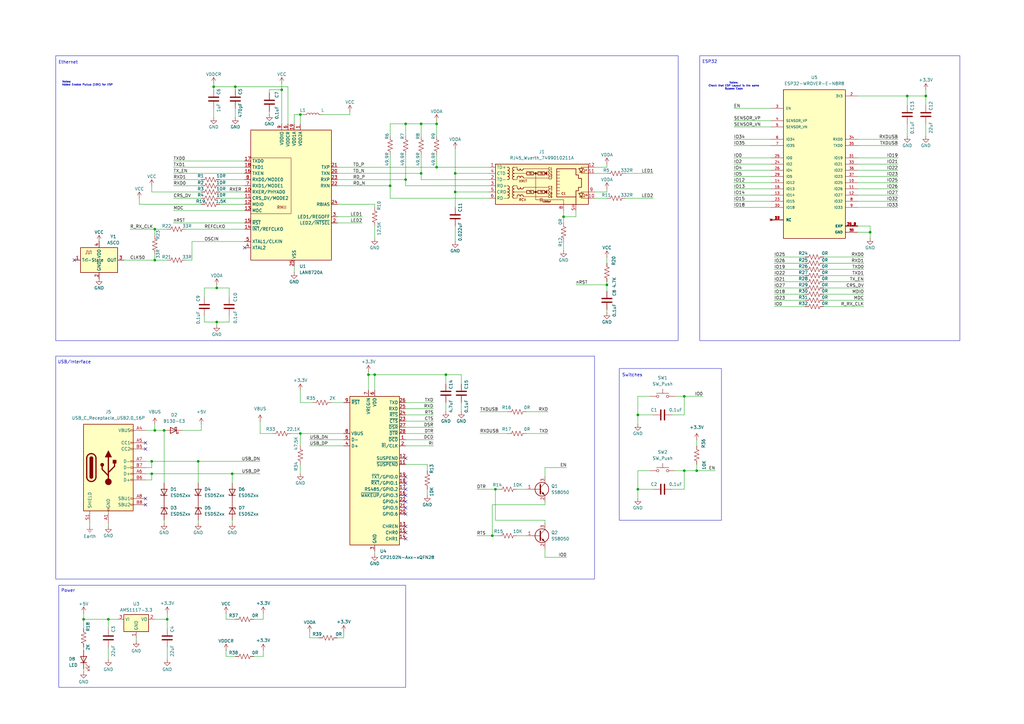
<source format=kicad_sch>
(kicad_sch (version 20250114) (generator "eeschema") (generator_version "9.0")
  (paper "A3")
  (rectangle (start 22.86 146.05) (end 243.84 237.49))
  (rectangle (start 254 151.13) (end 295.91 213.36))
  (rectangle (start 22.86 22.86) (end 278.13 139.7))
  (rectangle (start 287.02 22.86) (end 393.7 139.7))
  (rectangle (start 24.13 240.03) (end 166.37 281.94))
  (text "Notes:\nAdded Enable Pullup (10K) for ESP" (at 25.4 34.29 0) (effects (font (size 0.762 0.762)) (justify left)))
  (text "ESP32" (at 291.084 25.4 0) (effects (font (size 1.27 1.27))))
  (text "Ethernet" (at 27.94 25.654 0) (effects (font (size 1.27 1.27))))
  (text "USB/Interface" (at 30.48 148.59 0) (effects (font (size 1.27 1.27))))
  (text "Notes:\nCheck that ESP Layout is the same\nBypass Caps" (at 300.99 35.306 0) (effects (font (size 0.762 0.762))))
  (text "Power" (at 27.94 242.316 0) (effects (font (size 1.27 1.27))))
  (text "Switches" (at 259.334 153.924 0) (effects (font (size 1.27 1.27))))
  (junction (at 63.5 93.98))
  (junction (at 160.02 76.2))
  (junction (at 62.23 194.31))
  (junction (at 115.57 36.83))
  (junction (at 186.69 78.74))
  (junction (at 261.62 170.18))
  (junction (at 62.23 189.23))
  (junction (at 285.75 193.04))
  (junction (at 123.19 177.8))
  (junction (at 151.13 153.67))
  (junction (at 153.67 153.67))
  (junction (at 88.9 118.11))
  (junction (at 186.69 71.12))
  (junction (at 68.58 254))
  (junction (at 166.37 50.8))
  (junction (at 95.25 194.31))
  (junction (at 87.63 35.56))
  (junction (at 166.37 73.66))
  (junction (at 248.92 116.84))
  (junction (at 182.88 153.67))
  (junction (at 67.31 176.53))
  (junction (at 280.67 162.56))
  (junction (at 34.29 254))
  (junction (at 123.19 46.99))
  (junction (at 231.14 88.9))
  (junction (at 356.87 95.25))
  (junction (at 280.67 193.04))
  (junction (at 201.93 219.71))
  (junction (at 88.9 132.08))
  (junction (at 44.45 254))
  (junction (at 203.2 200.66))
  (junction (at 63.5 176.53))
  (junction (at 172.72 50.8))
  (junction (at 372.11 39.37))
  (junction (at 96.52 35.56))
  (junction (at 63.5 106.68))
  (junction (at 261.62 200.66))
  (junction (at 172.72 71.12))
  (junction (at 81.28 189.23))
  (junction (at 379.73 39.37))
  (junction (at 179.07 68.58))
  (junction (at 179.07 50.8))
  (no_connect (at 100.33 101.6))
  (no_connect (at 166.37 208.28))
  (no_connect (at 166.37 200.66))
  (no_connect (at 30.48 106.68))
  (no_connect (at 166.37 218.44))
  (no_connect (at 166.37 215.9))
  (no_connect (at 166.37 210.82))
  (no_connect (at 166.37 195.58))
  (no_connect (at 59.69 181.61))
  (no_connect (at 166.37 187.96))
  (no_connect (at 166.37 203.2))
  (no_connect (at 59.69 207.01))
  (no_connect (at 59.69 204.47))
  (no_connect (at 166.37 198.12))
  (no_connect (at 59.69 184.15))
  (no_connect (at 166.37 205.74))
  (no_connect (at 166.37 220.98))
  (wire (pts (xy 175.26 200.66) (xy 175.26 203.2)))
  (wire (pts (xy 300.99 85.09) (xy 316.23 85.09)))
  (wire (pts (xy 106.68 177.8) (xy 111.76 177.8)))
  (wire (pts (xy 88.9 116.84) (xy 88.9 118.11)))
  (wire (pts (xy 189.23 157.48) (xy 189.23 153.67)))
  (wire (pts (xy 88.9 118.11) (xy 83.82 118.11)))
  (wire (pts (xy 232.41 191.77) (xy 223.52 191.77)))
  (wire (pts (xy 63.5 173.99) (xy 63.5 176.53)))
  (wire (pts (xy 90.17 81.28) (xy 100.33 81.28)))
  (wire (pts (xy 93.98 118.11) (xy 93.98 121.92)))
  (wire (pts (xy 177.8 177.8) (xy 166.37 177.8)))
  (wire (pts (xy 44.45 254) (xy 44.45 257.81)))
  (wire (pts (xy 267.97 81.28) (xy 256.54 81.28)))
  (wire (pts (xy 267.97 71.12) (xy 256.54 71.12)))
  (wire (pts (xy 110.49 38.1) (xy 110.49 36.83)))
  (wire (pts (xy 44.45 254) (xy 48.26 254)))
  (wire (pts (xy 177.8 170.18) (xy 166.37 170.18)))
  (wire (pts (xy 300.99 72.39) (xy 316.23 72.39)))
  (wire (pts (xy 135.89 165.1) (xy 140.97 165.1)))
  (wire (pts (xy 62.23 194.31) (xy 59.69 194.31)))
  (wire (pts (xy 127 259.08) (xy 127 261.62)))
  (wire (pts (xy 93.98 129.54) (xy 93.98 132.08)))
  (wire (pts (xy 62.23 191.77) (xy 62.23 189.23)))
  (wire (pts (xy 81.28 189.23) (xy 81.28 198.12)))
  (wire (pts (xy 203.2 200.66) (xy 203.2 213.36)))
  (wire (pts (xy 243.84 78.74) (xy 248.92 78.74)))
  (wire (pts (xy 166.37 76.2) (xy 200.66 76.2)))
  (wire (pts (xy 166.37 190.5) (xy 175.26 190.5)))
  (wire (pts (xy 223.52 224.79) (xy 223.52 228.6)))
  (wire (pts (xy 63.5 93.98) (xy 68.58 93.98)))
  (wire (pts (xy 351.79 74.93) (xy 368.3 74.93)))
  (wire (pts (xy 53.34 93.98) (xy 63.5 93.98)))
  (wire (pts (xy 132.08 46.99) (xy 143.51 46.99)))
  (wire (pts (xy 172.72 63.5) (xy 172.72 71.12)))
  (wire (pts (xy 196.85 177.8) (xy 208.28 177.8)))
  (wire (pts (xy 351.79 85.09) (xy 368.3 85.09)))
  (wire (pts (xy 115.57 36.83) (xy 115.57 50.8)))
  (wire (pts (xy 76.2 106.68) (xy 78.74 106.68)))
  (wire (pts (xy 337.82 118.11) (xy 354.33 118.11)))
  (wire (pts (xy 106.68 194.31) (xy 95.25 194.31)))
  (wire (pts (xy 300.99 49.53) (xy 316.23 49.53)))
  (wire (pts (xy 177.8 175.26) (xy 166.37 175.26)))
  (wire (pts (xy 166.37 73.66) (xy 166.37 76.2)))
  (wire (pts (xy 351.79 80.01) (xy 368.3 80.01)))
  (wire (pts (xy 71.12 71.12) (xy 100.33 71.12)))
  (wire (pts (xy 95.25 194.31) (xy 62.23 194.31)))
  (wire (pts (xy 351.79 69.85) (xy 368.3 69.85)))
  (wire (pts (xy 317.5 113.03) (xy 330.2 113.03)))
  (wire (pts (xy 317.5 105.41) (xy 330.2 105.41)))
  (wire (pts (xy 96.52 44.45) (xy 96.52 48.26)))
  (wire (pts (xy 280.67 170.18) (xy 280.67 162.56)))
  (wire (pts (xy 223.52 207.01) (xy 223.52 205.74)))
  (wire (pts (xy 88.9 118.11) (xy 93.98 118.11)))
  (wire (pts (xy 248.92 68.58) (xy 248.92 67.31)))
  (wire (pts (xy 153.67 153.67) (xy 182.88 153.67)))
  (wire (pts (xy 201.93 219.71) (xy 201.93 207.01)))
  (wire (pts (xy 153.67 153.67) (xy 153.67 160.02)))
  (wire (pts (xy 261.62 193.04) (xy 261.62 200.66)))
  (wire (pts (xy 81.28 189.23) (xy 62.23 189.23)))
  (wire (pts (xy 123.19 165.1) (xy 128.27 165.1)))
  (wire (pts (xy 63.5 106.68) (xy 68.58 106.68)))
  (wire (pts (xy 115.57 34.29) (xy 115.57 36.83)))
  (wire (pts (xy 280.67 200.66) (xy 280.67 193.04)))
  (wire (pts (xy 68.58 254) (xy 68.58 251.46)))
  (wire (pts (xy 153.67 153.67) (xy 151.13 153.67)))
  (wire (pts (xy 127 180.34) (xy 140.97 180.34)))
  (wire (pts (xy 59.69 191.77) (xy 62.23 191.77)))
  (wire (pts (xy 68.58 254) (xy 68.58 257.81)))
  (wire (pts (xy 248.92 105.41) (xy 248.92 107.95)))
  (wire (pts (xy 248.92 78.74) (xy 248.92 77.47)))
  (wire (pts (xy 153.67 85.09) (xy 153.67 83.82)))
  (wire (pts (xy 351.79 72.39) (xy 368.3 72.39)))
  (wire (pts (xy 317.5 118.11) (xy 330.2 118.11)))
  (wire (pts (xy 300.99 59.69) (xy 316.23 59.69)))
  (wire (pts (xy 266.7 162.56) (xy 261.62 162.56)))
  (wire (pts (xy 34.29 274.32) (xy 34.29 275.59)))
  (wire (pts (xy 200.66 78.74) (xy 186.69 78.74)))
  (wire (pts (xy 44.45 265.43) (xy 44.45 270.51)))
  (wire (pts (xy 337.82 115.57) (xy 354.33 115.57)))
  (wire (pts (xy 186.69 60.96) (xy 186.69 71.12)))
  (wire (pts (xy 175.26 190.5) (xy 175.26 193.04)))
  (wire (pts (xy 261.62 162.56) (xy 261.62 170.18)))
  (wire (pts (xy 203.2 200.66) (xy 204.47 200.66)))
  (wire (pts (xy 44.45 215.9) (xy 44.45 214.63)))
  (wire (pts (xy 123.19 177.8) (xy 140.97 177.8)))
  (wire (pts (xy 138.43 76.2) (xy 160.02 76.2)))
  (wire (pts (xy 92.71 269.24) (xy 96.52 269.24)))
  (wire (pts (xy 71.12 81.28) (xy 82.55 81.28)))
  (wire (pts (xy 186.69 78.74) (xy 186.69 85.09)))
  (wire (pts (xy 71.12 68.58) (xy 100.33 68.58)))
  (wire (pts (xy 81.28 189.23) (xy 106.68 189.23)))
  (wire (pts (xy 177.8 180.34) (xy 166.37 180.34)))
  (wire (pts (xy 379.73 50.8) (xy 379.73 55.88)))
  (wire (pts (xy 87.63 35.56) (xy 87.63 36.83)))
  (wire (pts (xy 195.58 200.66) (xy 203.2 200.66)))
  (wire (pts (xy 212.09 219.71) (xy 215.9 219.71)))
  (wire (pts (xy 172.72 73.66) (xy 200.66 73.66)))
  (wire (pts (xy 90.17 83.82) (xy 100.33 83.82)))
  (wire (pts (xy 82.55 173.99) (xy 82.55 176.53)))
  (wire (pts (xy 151.13 153.67) (xy 151.13 160.02)))
  (wire (pts (xy 372.11 50.8) (xy 372.11 55.88)))
  (wire (pts (xy 100.33 73.66) (xy 90.17 73.66)))
  (wire (pts (xy 62.23 76.2) (xy 62.23 78.74)))
  (wire (pts (xy 82.55 176.53) (xy 74.93 176.53)))
  (wire (pts (xy 231.14 99.06) (xy 231.14 102.87)))
  (wire (pts (xy 285.75 190.5) (xy 285.75 193.04)))
  (wire (pts (xy 201.93 207.01) (xy 223.52 207.01)))
  (wire (pts (xy 78.74 99.06) (xy 100.33 99.06)))
  (wire (pts (xy 177.8 172.72) (xy 166.37 172.72)))
  (wire (pts (xy 337.82 105.41) (xy 354.33 105.41)))
  (wire (pts (xy 166.37 63.5) (xy 166.37 73.66)))
  (wire (pts (xy 67.31 176.53) (xy 67.31 198.12)))
  (wire (pts (xy 300.99 80.01) (xy 316.23 80.01)))
  (wire (pts (xy 317.5 107.95) (xy 330.2 107.95)))
  (wire (pts (xy 34.29 251.46) (xy 34.29 254)))
  (wire (pts (xy 189.23 165.1) (xy 189.23 168.91)))
  (wire (pts (xy 50.8 106.68) (xy 63.5 106.68)))
  (wire (pts (xy 300.99 64.77) (xy 316.23 64.77)))
  (wire (pts (xy 337.82 120.65) (xy 354.33 120.65)))
  (wire (pts (xy 95.25 214.63) (xy 95.25 213.36)))
  (wire (pts (xy 248.92 128.27) (xy 248.92 127)))
  (wire (pts (xy 356.87 92.71) (xy 356.87 95.25)))
  (wire (pts (xy 166.37 50.8) (xy 166.37 55.88)))
  (wire (pts (xy 300.99 44.45) (xy 316.23 44.45)))
  (wire (pts (xy 127 182.88) (xy 140.97 182.88)))
  (wire (pts (xy 107.95 269.24) (xy 107.95 266.7)))
  (wire (pts (xy 160.02 76.2) (xy 160.02 81.28)))
  (wire (pts (xy 160.02 81.28) (xy 200.66 81.28)))
  (wire (pts (xy 153.67 227.33) (xy 153.67 226.06)))
  (wire (pts (xy 92.71 254) (xy 92.71 251.46)))
  (wire (pts (xy 57.15 83.82) (xy 82.55 83.82)))
  (wire (pts (xy 179.07 50.8) (xy 172.72 50.8)))
  (wire (pts (xy 138.43 68.58) (xy 179.07 68.58)))
  (wire (pts (xy 280.67 162.56) (xy 276.86 162.56)))
  (wire (pts (xy 104.14 254) (xy 107.95 254)))
  (wire (pts (xy 71.12 86.36) (xy 100.33 86.36)))
  (wire (pts (xy 96.52 35.56) (xy 118.11 35.56)))
  (wire (pts (xy 337.82 123.19) (xy 354.33 123.19)))
  (wire (pts (xy 317.5 115.57) (xy 330.2 115.57)))
  (wire (pts (xy 179.07 55.88) (xy 179.07 50.8)))
  (wire (pts (xy 63.5 176.53) (xy 59.69 176.53)))
  (wire (pts (xy 351.79 92.71) (xy 356.87 92.71)))
  (wire (pts (xy 62.23 78.74) (xy 82.55 78.74)))
  (wire (pts (xy 300.99 77.47) (xy 316.23 77.47)))
  (wire (pts (xy 300.99 57.15) (xy 316.23 57.15)))
  (wire (pts (xy 153.67 92.71) (xy 153.67 97.79)))
  (wire (pts (xy 379.73 36.83) (xy 379.73 39.37)))
  (wire (pts (xy 123.19 46.99) (xy 123.19 50.8)))
  (wire (pts (xy 196.85 168.91) (xy 208.28 168.91)))
  (wire (pts (xy 57.15 81.28) (xy 57.15 83.82)))
  (wire (pts (xy 275.59 200.66) (xy 280.67 200.66)))
  (wire (pts (xy 177.8 165.1) (xy 166.37 165.1)))
  (wire (pts (xy 83.82 129.54) (xy 83.82 132.08)))
  (wire (pts (xy 182.88 165.1) (xy 182.88 168.91)))
  (wire (pts (xy 138.43 88.9) (xy 148.59 88.9)))
  (wire (pts (xy 248.92 116.84) (xy 248.92 119.38)))
  (wire (pts (xy 368.3 57.15) (xy 351.79 57.15)))
  (wire (pts (xy 120.65 109.22) (xy 120.65 111.76)))
  (wire (pts (xy 62.23 189.23) (xy 59.69 189.23)))
  (wire (pts (xy 236.22 116.84) (xy 248.92 116.84)))
  (wire (pts (xy 59.69 196.85) (xy 62.23 196.85)))
  (wire (pts (xy 280.67 162.56) (xy 288.29 162.56)))
  (wire (pts (xy 93.98 132.08) (xy 88.9 132.08)))
  (wire (pts (xy 351.79 82.55) (xy 368.3 82.55)))
  (wire (pts (xy 285.75 193.04) (xy 293.37 193.04)))
  (wire (pts (xy 160.02 50.8) (xy 166.37 50.8)))
  (wire (pts (xy 55.88 261.62) (xy 55.88 262.89)))
  (wire (pts (xy 68.58 265.43) (xy 68.58 270.51)))
  (wire (pts (xy 118.11 50.8) (xy 118.11 35.56)))
  (wire (pts (xy 138.43 73.66) (xy 166.37 73.66)))
  (wire (pts (xy 34.29 254) (xy 44.45 254)))
  (wire (pts (xy 119.38 177.8) (xy 123.19 177.8)))
  (wire (pts (xy 224.79 168.91) (xy 215.9 168.91)))
  (wire (pts (xy 203.2 213.36) (xy 223.52 213.36)))
  (wire (pts (xy 76.2 93.98) (xy 100.33 93.98)))
  (wire (pts (xy 36.83 214.63) (xy 36.83 215.9)))
  (wire (pts (xy 285.75 180.34) (xy 285.75 182.88)))
  (wire (pts (xy 236.22 86.36) (xy 236.22 88.9)))
  (wire (pts (xy 172.72 50.8) (xy 172.72 55.88)))
  (wire (pts (xy 177.8 167.64) (xy 166.37 167.64)))
  (wire (pts (xy 83.82 132.08) (xy 88.9 132.08)))
  (wire (pts (xy 223.52 228.6) (xy 232.41 228.6)))
  (wire (pts (xy 182.88 153.67) (xy 182.88 157.48)))
  (wire (pts (xy 317.5 125.73) (xy 330.2 125.73)))
  (wire (pts (xy 351.79 95.25) (xy 356.87 95.25)))
  (wire (pts (xy 138.43 261.62) (xy 140.97 261.62)))
  (wire (pts (xy 261.62 170.18) (xy 261.62 173.99)))
  (wire (pts (xy 110.49 36.83) (xy 115.57 36.83)))
  (wire (pts (xy 67.31 214.63) (xy 67.31 213.36)))
  (wire (pts (xy 63.5 104.14) (xy 63.5 106.68)))
  (wire (pts (xy 104.14 269.24) (xy 107.95 269.24)))
  (wire (pts (xy 351.79 67.31) (xy 368.3 67.31)))
  (wire (pts (xy 201.93 219.71) (xy 204.47 219.71)))
  (wire (pts (xy 140.97 261.62) (xy 140.97 259.08)))
  (wire (pts (xy 186.69 78.74) (xy 186.69 71.12)))
  (wire (pts (xy 123.19 177.8) (xy 123.19 182.88)))
  (wire (pts (xy 34.29 265.43) (xy 34.29 266.7)))
  (wire (pts (xy 261.62 200.66) (xy 267.97 200.66)))
  (wire (pts (xy 189.23 153.67) (xy 182.88 153.67)))
  (wire (pts (xy 243.84 68.58) (xy 248.92 68.58)))
  (wire (pts (xy 337.82 125.73) (xy 354.33 125.73)))
  (wire (pts (xy 143.51 46.99) (xy 143.51 45.72)))
  (wire (pts (xy 317.5 120.65) (xy 330.2 120.65)))
  (wire (pts (xy 351.79 59.69) (xy 368.3 59.69)))
  (wire (pts (xy 172.72 71.12) (xy 172.72 73.66)))
  (wire (pts (xy 280.67 193.04) (xy 285.75 193.04)))
  (wire (pts (xy 120.65 50.8) (xy 120.65 46.99)))
  (wire (pts (xy 379.73 39.37) (xy 379.73 43.18)))
  (wire (pts (xy 67.31 176.53) (xy 63.5 176.53)))
  (wire (pts (xy 71.12 76.2) (xy 82.55 76.2)))
  (wire (pts (xy 34.29 254) (xy 34.29 257.81)))
  (wire (pts (xy 379.73 39.37) (xy 372.11 39.37)))
  (wire (pts (xy 96.52 35.56) (xy 96.52 36.83)))
  (wire (pts (xy 195.58 219.71) (xy 201.93 219.71)))
  (wire (pts (xy 224.79 177.8) (xy 215.9 177.8)))
  (wire (pts (xy 153.67 83.82) (xy 138.43 83.82)))
  (wire (pts (xy 280.67 193.04) (xy 276.86 193.04)))
  (wire (pts (xy 212.09 200.66) (xy 215.9 200.66)))
  (wire (pts (xy 351.79 39.37) (xy 372.11 39.37)))
  (wire (pts (xy 231.14 86.36) (xy 231.14 88.9)))
  (wire (pts (xy 317.5 123.19) (xy 330.2 123.19)))
  (wire (pts (xy 62.23 196.85) (xy 62.23 194.31)))
  (wire (pts (xy 90.17 78.74) (xy 100.33 78.74)))
  (wire (pts (xy 88.9 132.08) (xy 88.9 133.35)))
  (wire (pts (xy 71.12 66.04) (xy 100.33 66.04)))
  (wire (pts (xy 106.68 172.72) (xy 106.68 177.8)))
  (wire (pts (xy 243.84 71.12) (xy 248.92 71.12)))
  (wire (pts (xy 337.82 107.95) (xy 354.33 107.95)))
  (wire (pts (xy 166.37 50.8) (xy 172.72 50.8)))
  (wire (pts (xy 138.43 71.12) (xy 172.72 71.12)))
  (wire (pts (xy 372.11 43.18) (xy 372.11 39.37)))
  (wire (pts (xy 78.74 106.68) (xy 78.74 99.06)))
  (wire (pts (xy 356.87 95.25) (xy 356.87 97.79)))
  (wire (pts (xy 71.12 91.44) (xy 100.33 91.44)))
  (wire (pts (xy 179.07 68.58) (xy 200.66 68.58)))
  (wire (pts (xy 120.65 46.99) (xy 123.19 46.99)))
  (wire (pts (xy 300.99 74.93) (xy 316.23 74.93)))
  (wire (pts (xy 300.99 69.85) (xy 316.23 69.85)))
  (wire (pts (xy 95.25 194.31) (xy 95.25 198.12)))
  (wire (pts (xy 127 261.62) (xy 130.81 261.62)))
  (wire (pts (xy 110.49 46.99) (xy 110.49 45.72)))
  (wire (pts (xy 90.17 76.2) (xy 100.33 76.2)))
  (wire (pts (xy 177.8 182.88) (xy 166.37 182.88)))
  (wire (pts (xy 317.5 110.49) (xy 330.2 110.49)))
  (wire (pts (xy 160.02 55.88) (xy 160.02 50.8)))
  (wire (pts (xy 151.13 152.4) (xy 151.13 153.67)))
  (wire (pts (xy 63.5 96.52) (xy 63.5 93.98)))
  (wire (pts (xy 337.82 113.03) (xy 354.33 113.03)))
  (wire (pts (xy 138.43 91.44) (xy 148.59 91.44)))
  (wire (pts (xy 71.12 73.66) (xy 82.55 73.66)))
  (wire (pts (xy 123.19 160.02) (xy 123.19 165.1)))
  (wire (pts (xy 300.99 52.07) (xy 316.23 52.07)))
  (wire (pts (xy 87.63 44.45) (xy 87.63 48.26)))
  (wire (pts (xy 275.59 170.18) (xy 280.67 170.18)))
  (wire (pts (xy 186.69 92.71) (xy 186.69 99.06)))
  (wire (pts (xy 300.99 67.31) (xy 316.23 67.31)))
  (wire (pts (xy 248.92 115.57) (xy 248.92 116.84)))
  (wire (pts (xy 107.95 254) (xy 107.95 251.46)))
  (wire (pts (xy 351.79 77.47) (xy 368.3 77.47)))
  (wire (pts (xy 81.28 214.63) (xy 81.28 213.36)))
  (wire (pts (xy 123.19 46.99) (xy 124.46 46.99)))
  (wire (pts (xy 92.71 266.7) (xy 92.71 269.24)))
  (wire (pts (xy 83.82 118.11) (xy 83.82 121.92)))
  (wire (pts (xy 123.19 190.5) (xy 123.19 194.31)))
  (wire (pts (xy 96.52 254) (xy 92.71 254)))
  (wire (pts (xy 223.52 213.36) (xy 223.52 214.63)))
  (wire (pts (xy 87.63 34.29) (xy 87.63 35.56)))
  (wire (pts (xy 96.52 35.56) (xy 87.63 35.56)))
  (wire (pts (xy 337.82 110.49) (xy 354.33 110.49)))
  (wire (pts (xy 179.07 63.5) (xy 179.07 68.58)))
  (wire (pts (xy 300.99 82.55) (xy 316.23 82.55)))
  (wire (pts (xy 351.79 64.77) (xy 368.3 64.77)))
  (wire (pts (xy 231.14 88.9) (xy 231.14 91.44)))
  (wire (pts (xy 236.22 88.9) (xy 231.14 88.9)))
  (wire (pts (xy 261.62 170.18) (xy 267.97 170.18)))
  (wire (pts (xy 223.52 191.77) (xy 223.52 195.58)))
  (wire (pts (xy 63.5 254) (xy 68.58 254)))
  (wire (pts (xy 243.84 81.28) (xy 248.92 81.28)))
  (wire (pts (xy 179.07 49.53) (xy 179.07 50.8)))
  (wire (pts (xy 261.62 200.66) (xy 261.62 204.47)))
  (wire (pts (xy 186.69 71.12) (xy 200.66 71.12)))
  (wire (pts (xy 160.02 63.5) (xy 160.02 76.2)))
  (wire (pts (xy 266.7 193.04) (xy 261.62 193.04)))
  (label "SENSOR_VP" (at 300.99 49.53 0))
  (label "DTR" (at 195.58 200.66 0))
  (label "RI" (at 177.8 182.88 180))
  (label "TX_EN" (at 354.33 115.57 180))
  (label "IO22" (at 317.5 113.03 0))
  (label "IO18" (at 317.5 120.65 0))
  (label "MDC" (at 354.33 123.19 180))
  (label "OSCIN" (at 83.82 99.06 0))
  (label "R_RX_CLK" (at 354.33 125.73 180))
  (label "TXDUSB" (at 196.85 168.91 0))
  (label "IO26" (at 317.5 107.95 0))
  (label "RXD1" (at 71.12 73.66 0))
  (label "IO0" (at 288.29 162.56 180))
  (label "RXDUSB" (at 368.3 57.15 180))
  (label "CTS" (at 177.8 172.72 180))
  (label "RXD0" (at 71.12 76.2 0))
  (label "MDIO" (at 354.33 120.65 180))
  (label "LED2" (at 148.59 91.44 180))
  (label "IO12" (at 300.99 74.93 0))
  (label "USB_DP" (at 127 182.88 0))
  (label "TXD0" (at 71.12 66.04 0))
  (label "TXDUSB" (at 368.3 59.69 180))
  (label "IO19" (at 317.5 110.49 0))
  (label "SENSOR_VN" (at 300.99 52.07 0))
  (label "IO34" (at 300.99 57.15 0))
  (label "EN" (at 300.99 44.45 0))
  (label "TXD0" (at 354.33 110.49 180))
  (label "RD_P" (at 144.78 73.66 0))
  (label "RXD0" (at 354.33 105.41 180))
  (label "IO32" (at 368.3 82.55 180))
  (label "REFCLKO" (at 83.82 93.98 0))
  (label "USB_DP" (at 106.68 194.31 180))
  (label "RXD" (at 177.8 167.64 180))
  (label "USB_DN" (at 106.68 189.23 180))
  (label "EN" (at 232.41 191.77 180))
  (label "CRS_DV" (at 71.12 81.28 0))
  (label "RTS" (at 195.58 219.71 0))
  (label "IO15" (at 300.99 82.55 0))
  (label "TD_N" (at 144.78 71.12 0))
  (label "EN" (at 293.37 193.04 180))
  (label "RXD1" (at 354.33 107.95 180))
  (label "RD_N" (at 144.78 76.2 0))
  (label "TXD1" (at 354.33 113.03 180))
  (label "LED2" (at 267.97 81.28 180))
  (label "TD_P" (at 144.78 68.58 0))
  (label "IO35" (at 300.99 59.69 0))
  (label "CLK50" (at 53.34 106.68 0))
  (label "USB_DN" (at 127 180.34 0))
  (label "IO26" (at 368.3 77.47 180))
  (label "TXD" (at 224.79 177.8 180))
  (label "DSR" (at 177.8 175.26 180))
  (label "RTS" (at 177.8 170.18 180))
  (label "DTR" (at 177.8 177.8 180))
  (label "IO0" (at 300.99 64.77 0))
  (label "RXER" (at 93.98 78.74 0))
  (label "IO5" (at 300.99 72.39 0))
  (label "IO14" (at 300.99 80.01 0))
  (label "IO2" (at 300.99 67.31 0))
  (label "TXD1" (at 71.12 68.58 0))
  (label "nRST" (at 71.12 91.44 0))
  (label "IO25" (at 368.3 74.93 180))
  (label "IO4" (at 300.99 69.85 0))
  (label "RXDUSB" (at 196.85 177.8 0))
  (label "IO22" (at 368.3 69.85 180))
  (label "IO13" (at 300.99 77.47 0))
  (label "IO21" (at 317.5 115.57 0))
  (label "IO23" (at 368.3 72.39 180))
  (label "nRST" (at 236.22 116.84 0))
  (label "IO19" (at 368.3 64.77 180))
  (label "IO21" (at 368.3 67.31 180))
  (label "DCD" (at 177.8 180.34 180))
  (label "LED1" (at 148.59 88.9 180))
  (label "IO27" (at 317.5 118.11 0))
  (label "IO18" (at 300.99 85.09 0))
  (label "IO25" (at 317.5 105.41 0))
  (label "RXD" (at 224.79 168.91 180))
  (label "IO23" (at 317.5 123.19 0))
  (label "TX_EN" (at 71.12 71.12 0))
  (label "MDC" (at 71.12 86.36 0))
  (label "IO0" (at 232.41 228.6 180))
  (label "CRS_DV" (at 354.33 118.11 180))
  (label "R_RX_CLK" (at 53.34 93.98 0))
  (label "LED1" (at 267.97 71.12 180))
  (label "IO33" (at 368.3 85.09 180))
  (label "IO27" (at 368.3 80.01 180))
  (label "IO0" (at 317.5 125.73 0))
  (label "TXD" (at 177.8 165.1 180))
  (symbol (lib_id "power:+3.3V") (at 140.97 259.08 0) (unit 1)
    (property "Reference" "#PWR063" (effects (hide yes)))
    (property "Value" "+3.3V" (at 140.97 255.016 0))
    (property "Description" "Power symbol creates a global label with name \"+3.3V\"" (effects (hide yes)))
  )
  (symbol (lib_id "power:GND") (at 34.29 275.59 0) (unit 1)
    (property "Reference" "#PWR025" (effects (hide yes)))
    (property "Value" "GND" (at 34.29 279.654 0))
    (property "Description" "Power symbol creates a global label with name \"GND\" , ground" (effects (hide yes)))
  )
  (symbol (lib_id "Device:R_US") (at 334.01 105.41 90) (unit 1)
    (property "Reference" "R24" (at 329.438 103.886 90))
    (property "Value" "0R" (at 338.328 103.886 90))
    (property "Footprint" "Resistor_SMD:R_0201_0603Metric" (effects (hide yes)))
    (property "Description" "Resistor, US symbol" (effects (hide yes)))
  )
  (symbol (lib_id "Device:C") (at 372.11 46.99 0) (unit 1)
    (property "Reference" "C13" (at 374.142 43.434 90))
    (property "Value" "0.1uF" (at 374.142 52.324 90))
    (property "Footprint" "Capacitor_SMD:C_0603_1608Metric" (effects (hide yes)))
    (property "Description" "Unpolarized capacitor" (effects (hide yes)))
  )
  (symbol (lib_id "power:GND") (at 248.92 128.27 0) (unit 1)
    (property "Reference" "#PWR036" (effects (hide yes)))
    (property "Value" "GND" (at 248.92 132.08 0))
    (property "Description" "Power symbol creates a global label with name \"GND\" , ground" (effects (hide yes)))
  )
  (symbol (lib_id "Device:R_US") (at 72.39 93.98 270) (unit 1)
    (property "Reference" "R22" (at 68.326 92.71 90))
    (property "Value" "33R" (at 76.708 92.71 90))
    (property "Footprint" "Resistor_SMD:R_0402_1005Metric" (effects (hide yes)))
    (property "Description" "Resistor, US symbol" (effects (hide yes)))
  )
  (symbol (lib_id "power:+3.3V") (at 107.95 266.7 0) (unit 1)
    (property "Reference" "#PWR059" (effects (hide yes)))
    (property "Value" "+3.3V" (at 107.95 262.636 0))
    (property "Description" "Power symbol creates a global label with name \"+3.3V\"" (effects (hide yes)))
  )
  (symbol (lib_id "Device:R_US") (at 334.01 120.65 90) (unit 1)
    (property "Reference" "R30" (at 329.438 119.38 90))
    (property "Value" "0R" (at 338.328 119.38 90))
    (property "Footprint" "Resistor_SMD:R_0201_0603Metric" (effects (hide yes)))
    (property "Description" "Resistor, US symbol" (effects (hide yes)))
  )
  (symbol (lib_id "Device:R_US") (at 179.07 59.69 0) (unit 1)
    (property "Reference" "R9" (at 177.8 55.88 90))
    (property "Value" "49.9R" (at 177.8 65.278 90))
    (property "Footprint" "Resistor_SMD:R_0402_1005Metric" (effects (hide yes)))
    (property "Description" "Resistor, US symbol" (effects (hide yes)))
  )
  (symbol (lib_id "Device:R_US") (at 86.36 81.28 270) (unit 1)
    (property "Reference" "R4" (at 82.296 80.01 90))
    (property "Value" "10R" (at 90.678 80.01 90))
    (property "Footprint" "Resistor_SMD:R_0603_1608Metric" (effects (hide yes)))
    (property "Description" "Resistor, US symbol" (effects (hide yes)))
  )
  (symbol (lib_id "power:GND") (at 44.45 215.9 0) (unit 1)
    (property "Reference" "#PWR016" (effects (hide yes)))
    (property "Value" "GND" (at 44.45 219.71 0))
    (property "Description" "Power symbol creates a global label with name \"GND\" , ground" (effects (hide yes)))
  )
  (symbol (lib_id "power:GND") (at 68.58 270.51 0) (unit 1)
    (property "Reference" "#PWR010" (effects (hide yes)))
    (property "Value" "GND" (at 68.58 274.574 0))
    (property "Description" "Power symbol creates a global label with name \"GND\" , ground" (effects (hide yes)))
  )
  (symbol (lib_id "power:VCC") (at 143.51 45.72 0) (unit 1)
    (property "Reference" "#PWR028" (effects (hide yes)))
    (property "Value" "VCC" (at 143.51 41.91 0))
    (property "Description" "Power symbol creates a global label with name \"VCC\"" (effects (hide yes)))
  )
  (symbol (lib_id "Device:C") (at 271.78 200.66 90) (unit 1)
    (property "Reference" "C2" (at 268.224 198.628 90))
    (property "Value" "0.1uF" (at 277.114 198.628 90))
    (property "Footprint" "Capacitor_SMD:C_0603_1608Metric" (effects (hide yes)))
    (property "Description" "Unpolarized capacitor" (effects (hide yes)))
  )
  (symbol (lib_id "Device:C") (at 186.69 88.9 0) (unit 1)
    (property "Reference" "C11" (at 188.722 85.09 90))
    (property "Value" "0.022uF" (at 188.722 94.996 90))
    (property "Footprint" "Capacitor_SMD:C_0805_2012Metric" (effects (hide yes)))
    (property "Description" "Unpolarized capacitor" (effects (hide yes)))
  )
  (symbol (lib_id "power:GND") (at 44.45 270.51 0) (unit 1)
    (property "Reference" "#PWR026" (effects (hide yes)))
    (property "Value" "GND" (at 44.45 274.574 0))
    (property "Description" "Power symbol creates a global label with name \"GND\" , ground" (effects (hide yes)))
  )
  (symbol (lib_id "power:GND") (at 372.11 55.88 0) (unit 1)
    (property "Reference" "#PWR048" (effects (hide yes)))
    (property "Value" "GND" (at 372.11 59.69 0))
    (property "Description" "Power symbol creates a global label with name \"GND\" , ground" (effects (hide yes)))
  )
  (symbol (lib_id "power:VDDA") (at 127 259.08 0) (unit 1)
    (property "Reference" "#PWR062" (effects (hide yes)))
    (property "Value" "VDDA" (at 127 255.27 0))
    (property "Description" "Power symbol creates a global label with name \"VDDA\"" (effects (hide yes)))
  )
  (symbol (lib_id "power:VDDA") (at 248.92 67.31 0) (unit 1)
    (property "Reference" "#PWR06" (effects (hide yes)))
    (property "Value" "VDDA" (at 248.92 63.5 0))
    (property "Description" "Power symbol creates a global label with name \"VDDA\"" (effects (hide yes)))
  )
  (symbol (lib_id "Device:R_US") (at 86.36 83.82 270) (unit 1)
    (property "Reference" "R19" (at 82.296 82.55 90))
    (property "Value" "1.5K" (at 90.678 82.55 90))
    (property "Footprint" "Resistor_SMD:R_0402_1005Metric" (effects (hide yes)))
    (property "Description" "Resistor, US symbol" (effects (hide yes)))
  )
  (symbol (lib_id "Connector:RJ45_Wuerth_7499010211A") (at 220.98 76.2 0) (unit 1)
    (property "Reference" "J1" (at 222.25 62.23 0))
    (property "Value" "RJ45_Wuerth_7499010211A" (at 222.25 64.77 0))
    (property "Footprint" "Connector_RJ:RJ45_Wuerth_7499010211A_Horizontal" (effects (hide yes)))
    (property "Datasheet" "https://www.we-online.com/components/products/datasheet/7499010211A.pdf" (effects (hide yes)))
    (property "Description" "LAN Transformer Jack, RJ45, 10/100 BaseT, tab down" (effects (hide yes)))
  )
  (symbol (lib_id "Device:C") (at 83.82 125.73 0) (unit 1)
    (property "Reference" "C9" (at 81.28 122.428 90))
    (property "Value" "0.1uF" (at 81.28 130.302 90))
    (property "Footprint" "Capacitor_SMD:C_0603_1608Metric" (effects (hide yes)))
    (property "Description" "Unpolarized capacitor" (effects (hide yes)))
  )
  (symbol (lib_id "power:+5V") (at 82.55 173.99 0) (unit 1)
    (property "Reference" "#PWR011" (effects (hide yes)))
    (property "Value" "+5V" (at 82.55 168.91 0))
    (property "Description" "Power symbol creates a global label with name \"+5V\"" (effects (hide yes)))
  )
  (symbol (lib_id "power:GND") (at 120.65 111.76 0) (unit 1)
    (property "Reference" "#PWR045" (effects (hide yes)))
    (property "Value" "GND" (at 120.65 115.57 0))
    (property "Description" "Power symbol creates a global label with name \"GND\" , ground" (effects (hide yes)))
  )
  (symbol (lib_id "power:+3.3V") (at 123.19 160.02 0) (unit 1)
    (property "Reference" "#PWR051" (effects (hide yes)))
    (property "Value" "+3.3V" (at 123.19 155.956 0))
    (property "Description" "Power symbol creates a global label with name \"+3.3V\"" (effects (hide yes)))
  )
  (symbol (lib_id "Device:R_US") (at 231.14 95.25 0) (unit 1)
    (property "Reference" "R12" (at 229.87 99.314 90))
    (property "Value" "0R" (at 229.87 90.932 90))
    (property "Footprint" "Resistor_SMD:R_0201_0603Metric" (effects (hide yes)))
    (property "Description" "Resistor, US symbol" (effects (hide yes)))
  )
  (symbol (lib_id "Diode:ESD5Zxx") (at 95.25 209.55 270) (unit 1)
    (property "Reference" "D7" (at 97.79 208.2799 90) (effects (justify left)))
    (property "Value" "ESD5Zxx" (at 97.79 210.8199 90) (effects (justify left)))
    (property "Footprint" "Diode_SMD:D_SOD-523" (effects (hide yes)))
    (property "Datasheet" "https://www.onsemi.com/pdf/datasheet/esd5z2.5t1-d.pdf" (effects (hide yes)))
    (property "Description" "ESD Protection Diode, SOD-523" (effects (hide yes)))
  )
  (symbol (lib_id "power:GND") (at 379.73 55.88 0) (unit 1)
    (property "Reference" "#PWR047" (effects (hide yes)))
    (property "Value" "GND" (at 379.73 59.69 0))
    (property "Description" "Power symbol creates a global label with name \"GND\" , ground" (effects (hide yes)))
  )
  (symbol (lib_id "power:VCC") (at 62.23 76.2 0) (unit 1)
    (property "Reference" "#PWR01" (effects (hide yes)))
    (property "Value" "VCC" (at 62.23 72.39 0))
    (property "Description" "Power symbol creates a global label with name \"VCC\"" (effects (hide yes)))
  )
  (symbol (lib_id "ESP32-WROVER-E-N8R8:ESP32-WROVER-E-N8R8") (at 334.01 67.31 0) (unit 1)
    (property "Reference" "U5" (at 334.01 31.75 0))
    (property "Value" "ESP32-WROVER-E-N8R8" (at 334.01 34.29 0))
    (property "Footprint" "XCVR_ESP32-WROVER-E-N8R8:XCVR_ESP32-WROVER-E-N8R8" (effects (hide yes)))
    (property "MF" "Espressif Systems" (effects (hide yes)))
    (property "MAXIMUM_PACKAGE_HEIGHT" "3.45 mm" (effects (hide yes)))
    (property "Package" "SMD-38 Espressif Systems" (effects (hide yes)))
    (property "Price" "None" (effects (hide yes)))
    (property "Check_prices" "https://www.snapeda.com/parts/ESP32-WROVER-E-N8R8/Espressif+Systems/view-part/?ref=eda" (effects (hide yes)))
    (property "STANDARD" "Manufacturer Recommendations" (effects (hide yes)))
    (property "PARTREV" "1.6" (effects (hide yes)))
    (property "SnapEDA_Link" "https://www.snapeda.com/parts/ESP32-WROVER-E-N8R8/Espressif+Systems/view-part/?ref=snap" (effects (hide yes)))
    (property "MP" "ESP32-WROVER-E-N8R8" (effects (hide yes)))
    (property "Description_1" "Bluetooth, WiFi 802.11b/g/n, Bluetooth v4.2 +EDR Transceiver Module 2.4GHz ~ 2.5GHz PCB Trace Surface Mount" (effects (hide yes)))
    (property "SNAPEDA_PN" "ESP32-WROVER-E-N4R8" (effects (hide yes)))
    (property "Availability" "In Stock" (effects (hide yes)))
    (property "MANUFACTURER" "Espressif Systems" (effects (hide yes)))
  )
  (symbol (lib_id "power:GND") (at 356.87 97.79 0) (unit 1)
    (property "Reference" "#PWR057" (effects (hide yes)))
    (property "Value" "GND" (at 356.87 101.6 0))
    (property "Description" "Power symbol creates a global label with name \"GND\" , ground" (effects (hide yes)))
  )
  (symbol (lib_id "power:GND") (at 67.31 214.63 0) (unit 1)
    (property "Reference" "#PWR013" (effects (hide yes)))
    (property "Value" "GND" (at 67.31 218.44 0))
    (property "Description" "Power symbol creates a global label with name \"GND\" , ground" (effects (hide yes)))
  )
  (symbol (lib_id "Device:C") (at 96.52 40.64 0) (unit 1)
    (property "Reference" "C5" (at 98.552 37.592 90))
    (property "Value" "470pF" (at 98.552 45.212 90))
    (property "Footprint" "Capacitor_SMD:C_0603_1608Metric" (effects (hide yes)))
    (property "Description" "Unpolarized capacitor" (effects (hide yes)))
  )
  (symbol (lib_id "power:VDDA") (at 186.69 60.96 0) (unit 1)
    (property "Reference" "#PWR03" (effects (hide yes)))
    (property "Value" "VDDA" (at 186.69 57.15 0))
    (property "Description" "Power symbol creates a global label with name \"VDDA\"" (effects (hide yes)))
  )
  (symbol (lib_id "power:GND") (at 96.52 48.26 0) (unit 1)
    (property "Reference" "#PWR032" (effects (hide yes)))
    (property "Value" "GND" (at 96.52 52.07 0))
    (property "Description" "Power symbol creates a global label with name \"GND\" , ground" (effects (hide yes)))
  )
  (symbol (lib_id "power:VCC") (at 40.64 99.06 0) (unit 1)
    (property "Reference" "#PWR043" (effects (hide yes)))
    (property "Value" "VCC" (at 40.64 95.25 0))
    (property "Description" "Power symbol creates a global label with name \"VCC\"" (effects (hide yes)))
  )
  (symbol (lib_id "Device:C") (at 189.23 161.29 0) (unit 1)
    (property "Reference" "C15" (at 191.262 157.734 90))
    (property "Value" "0.1uF" (at 191.262 166.624 90))
    (property "Footprint" "Capacitor_SMD:C_0603_1608Metric" (effects (hide yes)))
    (property "Description" "Unpolarized capacitor" (effects (hide yes)))
  )
  (symbol (lib_id "Transistor_BJT:SS8050") (at 220.98 200.66 0) (unit 1)
    (property "Reference" "Q1" (at 226.06 199.3899 0) (effects (justify left)))
    (property "Value" "SS8050" (at 226.06 201.9299 0) (effects (justify left)))
    (property "Footprint" "Package_TO_SOT_SMD:SOT-23" (effects (hide yes)))
    (property "Datasheet" "http://www.secosgmbh.com/datasheet/products/SSMPTransistor/SOT-23/SS8050.pdf" (effects (hide yes)))
    (property "Description" "General Purpose NPN Transistor, 1.5A Ic, 25V Vce, SOT-23" (effects (hide yes)))
  )
  (symbol (lib_id "Device:R_US") (at 86.36 73.66 90) (unit 1)
    (property "Reference" "R1" (at 82.296 72.136 90))
    (property "Value" "10R" (at 90.678 72.136 90))
    (property "Footprint" "Resistor_SMD:R_0603_1608Metric" (effects (hide yes)))
    (property "Description" "Resistor, US symbol" (effects (hide yes)))
  )
  (symbol (lib_id "Device:C") (at 44.45 261.62 0) (unit 1)
    (property "Reference" "C3" (at 46.482 258.064 90))
    (property "Value" "22uF" (at 46.482 266.954 90))
    (property "Footprint" "Capacitor_SMD:C_0603_1608Metric" (effects (hide yes)))
    (property "Description" "Unpolarized capacitor" (effects (hide yes)))
  )
  (symbol (lib_id "Device:R_US") (at 134.62 261.62 90) (unit 1)
    (property "Reference" "R39" (at 130.048 260.096 90))
    (property "Value" "0R" (at 138.938 260.096 90))
    (property "Footprint" "Resistor_SMD:R_0201_0603Metric" (effects (hide yes)))
    (property "Description" "Resistor, US symbol" (effects (hide yes)))
  )
  (symbol (lib_id "Diode:ESD5Zxx") (at 81.28 209.55 270) (unit 1)
    (property "Reference" "D5" (at 83.82 208.2799 90) (effects (justify left)))
    (property "Value" "ESD5Zxx" (at 83.82 210.8199 90) (effects (justify left)))
    (property "Footprint" "Diode_SMD:D_SOD-523" (effects (hide yes)))
    (property "Datasheet" "https://www.onsemi.com/pdf/datasheet/esd5z2.5t1-d.pdf" (effects (hide yes)))
    (property "Description" "ESD Protection Diode, SOD-523" (effects (hide yes)))
  )
  (symbol (lib_id "Device:R_US") (at 212.09 177.8 90) (unit 1)
    (property "Reference" "R17" (at 207.772 176.022 90))
    (property "Value" "0R" (at 216.154 176.022 90))
    (property "Footprint" "Resistor_SMD:R_0201_0603Metric" (effects (hide yes)))
    (property "Description" "Resistor, US symbol" (effects (hide yes)))
  )
  (symbol (lib_id "power:GND") (at 40.64 114.3 0) (unit 1)
    (property "Reference" "#PWR044" (effects (hide yes)))
    (property "Value" "GND" (at 40.64 118.11 0))
    (property "Description" "Power symbol creates a global label with name \"GND\" , ground" (effects (hide yes)))
  )
  (symbol (lib_id "power:GND") (at 95.25 214.63 0) (unit 1)
    (property "Reference" "#PWR015" (effects (hide yes)))
    (property "Value" "GND" (at 95.25 218.44 0))
    (property "Description" "Power symbol creates a global label with name \"GND\" , ground" (effects (hide yes)))
  )
  (symbol (lib_id "Diode:ESD5Zxx") (at 67.31 201.93 90) (unit 1)
    (property "Reference" "D1" (at 69.85 200.6599 90) (effects (justify right)))
    (property "Value" "ESD5Zxx" (at 69.85 203.1999 90) (effects (justify right)))
    (property "Footprint" "Diode_SMD:D_SOD-523" (effects (hide yes)))
    (property "Datasheet" "https://www.onsemi.com/pdf/datasheet/esd5z2.5t1-d.pdf" (effects (hide yes)))
    (property "Description" "ESD Protection Diode, SOD-523" (effects (hide yes)))
  )
  (symbol (lib_id "Device:C") (at 248.92 123.19 0) (unit 1)
    (property "Reference" "C8" (at 251.968 120.142 90))
    (property "Value" "0.1uF" (at 251.968 127.254 90))
    (property "Footprint" "Capacitor_SMD:C_0603_1608Metric" (effects (hide yes)))
    (property "Description" "Unpolarized capacitor" (effects (hide yes)))
  )
  (symbol (lib_id "power:GND") (at 182.88 168.91 0) (unit 1)
    (property "Reference" "#PWR052" (effects (hide yes)))
    (property "Value" "GND" (at 182.88 172.72 0))
    (property "Description" "Power symbol creates a global label with name \"GND\" , ground" (effects (hide yes)))
  )
  (symbol (lib_id "power:+3.3V") (at 379.73 36.83 0) (unit 1)
    (property "Reference" "#PWR046" (effects (hide yes)))
    (property "Value" "+3.3V" (at 379.73 32.766 0))
    (property "Description" "Power symbol creates a global label with name \"+3.3V\"" (effects (hide yes)))
  )
  (symbol (lib_id "Device:R_US") (at 252.73 71.12 270) (unit 1)
    (property "Reference" "R5" (at 248.666 69.85 90))
    (property "Value" "332R" (at 257.048 69.85 90))
    (property "Footprint" "Resistor_SMD:R_0603_1608Metric" (effects (hide yes)))
    (property "Description" "Resistor, US symbol" (effects (hide yes)))
  )
  (symbol (lib_id "Diode:B130-E3") (at 71.12 176.53 180) (unit 1)
    (property "Reference" "D2" (at 71.4375 170.18 0))
    (property "Value" "B130-E3" (at 71.4375 172.72 0))
    (property "Footprint" "Diode_SMD:D_SMA" (effects (hide yes)))
    (property "Datasheet" "http://www.vishay.com/docs/88946/b120.pdf" (effects (hide yes)))
    (property "Description" "30V 1A Schottky Barrier Rectifier Diode, SMA(DO-214AC)" (effects (hide yes)))
  )
  (symbol (lib_id "Diode:ESD5Zxx") (at 67.31 209.55 270) (unit 1)
    (property "Reference" "D3" (at 69.85 208.2799 90) (effects (justify left)))
    (property "Value" "ESD5Zxx" (at 69.85 210.8199 90) (effects (justify left)))
    (property "Footprint" "Diode_SMD:D_SOD-523" (effects (hide yes)))
    (property "Datasheet" "https://www.onsemi.com/pdf/datasheet/esd5z2.5t1-d.pdf" (effects (hide yes)))
    (property "Description" "ESD Protection Diode, SOD-523" (effects (hide yes)))
  )
  (symbol (lib_id "Device:R_US") (at 172.72 59.69 0) (unit 1)
    (property "Reference" "R8" (at 171.45 55.88 90))
    (property "Value" "49.9R" (at 171.45 65.278 90))
    (property "Footprint" "Resistor_SMD:R_0402_1005Metric" (effects (hide yes)))
    (property "Description" "Resistor, US symbol" (effects (hide yes)))
  )
  (symbol (lib_id "power:GND") (at 87.63 48.26 0) (unit 1)
    (property "Reference" "#PWR033" (effects (hide yes)))
    (property "Value" "GND" (at 87.63 52.07 0))
    (property "Description" "Power symbol creates a global label with name \"GND\" , ground" (effects (hide yes)))
  )
  (symbol (lib_id "Device:R_US") (at 334.01 125.73 90) (unit 1)
    (property "Reference" "R32" (at 329.438 124.46 90))
    (property "Value" "0R" (at 338.328 124.46 90))
    (property "Footprint" "Resistor_SMD:R_0201_0603Metric" (effects (hide yes)))
    (property "Description" "Resistor, US symbol" (effects (hide yes)))
  )
  (symbol (lib_id "Device:R_US") (at 123.19 186.69 180) (unit 1)
    (property "Reference" "R34" (at 121.412 191.262 90))
    (property "Value" "47.5K" (at 121.412 181.864 90))
    (property "Footprint" "Resistor_SMD:R_0603_1608Metric" (effects (hide yes)))
    (property "Description" "Resistor, US symbol" (effects (hide yes)))
  )
  (symbol (lib_id "Device:R_US") (at 334.01 118.11 90) (unit 1)
    (property "Reference" "R29" (at 329.438 116.84 90))
    (property "Value" "0R" (at 338.328 116.84 90))
    (property "Footprint" "Resistor_SMD:R_0201_0603Metric" (effects (hide yes)))
    (property "Description" "Resistor, US symbol" (effects (hide yes)))
  )
  (symbol (lib_id "Device:C") (at 379.73 46.99 0) (unit 1)
    (property "Reference" "C12" (at 381.762 43.434 90))
    (property "Value" "22uF" (at 381.762 52.324 90))
    (property "Footprint" "Capacitor_SMD:C_0603_1608Metric" (effects (hide yes)))
    (property "Description" "Unpolarized capacitor" (effects (hide yes)))
  )
  (symbol (lib_id "Device:R_US") (at 208.28 200.66 90) (unit 1)
    (property "Reference" "R14" (at 203.962 198.882 90))
    (property "Value" "10K" (at 212.344 198.882 90))
    (property "Footprint" "Resistor_SMD:R_0603_1608Metric" (effects (hide yes)))
    (property "Description" "Resistor, US symbol" (effects (hide yes)))
  )
  (symbol (lib_id "Device:R_US") (at 160.02 59.69 0) (unit 1)
    (property "Reference" "R6" (at 158.75 55.88 90))
    (property "Value" "49.9R" (at 158.75 65.278 90))
    (property "Footprint" "Resistor_SMD:R_0402_1005Metric" (effects (hide yes)))
    (property "Description" "Resistor, US symbol" (effects (hide yes)))
  )
  (symbol (lib_id "power:GND") (at 175.26 203.2 0) (unit 1)
    (property "Reference" "#PWR019" (effects (hide yes)))
    (property "Value" "GND" (at 175.26 207.01 0))
    (property "Description" "Power symbol creates a global label with name \"GND\" , ground" (effects (hide yes)))
  )
  (symbol (lib_id "power:GND") (at 88.9 133.35 0) (unit 1)
    (property "Reference" "#PWR042" (effects (hide yes)))
    (property "Value" "GND" (at 88.9 137.16 0))
    (property "Description" "Power symbol creates a global label with name \"GND\" , ground" (effects (hide yes)))
  )
  (symbol (lib_id "Regulator_Linear:AMS1117-3.3") (at 55.88 254 0) (unit 1)
    (property "Reference" "U3" (at 55.88 247.65 0))
    (property "Value" "AMS1117-3.3" (at 55.88 250.19 0))
    (property "Footprint" "Package_TO_SOT_SMD:SOT-223-3_TabPin2" (effects (hide yes)))
    (property "Datasheet" "http://www.advanced-monolithic.com/pdf/ds1117.pdf" (effects (hide yes)))
    (property "Description" "1A Low Dropout regulator, positive, 3.3V fixed output, SOT-223" (effects (hide yes)))
  )
  (symbol (lib_id "power:VCC") (at 115.57 34.29 0) (unit 1)
    (property "Reference" "#PWR030" (effects (hide yes)))
    (property "Value" "VCC" (at 115.57 30.48 0))
    (property "Description" "Power symbol creates a global label with name \"VCC\"" (effects (hide yes)))
  )
  (symbol (lib_id "Device:C") (at 68.58 261.62 0) (unit 1)
    (property "Reference" "C4" (at 70.612 258.064 90))
    (property "Value" "22uF" (at 70.612 266.954 90))
    (property "Footprint" "Capacitor_SMD:C_0603_1608Metric" (effects (hide yes)))
    (property "Description" "Unpolarized capacitor" (effects (hide yes)))
  )
  (symbol (lib_id "Interface_USB:CP2102N-Axx-xQFN28") (at 153.67 193.04 0) (unit 1)
    (property "Reference" "U4" (at 155.8133 226.06 0) (effects (justify left)))
    (property "Value" "CP2102N-Axx-xQFN28" (at 155.8133 228.6 0) (effects (justify left)))
    (property "Footprint" "Package_DFN_QFN:QFN-28-1EP_5x5mm_P0.5mm_EP3.35x3.35mm" (effects (hide yes)))
    (property "Datasheet" "https://www.silabs.com/documents/public/data-sheets/cp2102n-datasheet.pdf" (effects (hide yes)))
    (property "Description" "USB to UART master bridge, QFN-28" (effects (hide yes)))
  )
  (symbol (lib_id "Oscillator:ASCO") (at 40.64 106.68 0) (unit 1)
    (property "Reference" "Y1" (at 46.482 97.028 0))
    (property "Value" "ASCO" (at 46.482 99.568 0))
    (property "Footprint" "Oscillator:Oscillator_SMD_Abracon_ASCO-4Pin_1.6x1.2mm" (effects (hide yes)))
    (property "Datasheet" "https://abracon.com/Oscillators/ASCO.pdf" (effects (hide yes)))
    (property "Description" "Crystal Clock Oscillator, Abracon ASCO" (effects (hide yes)))
  )
  (symbol (lib_id "power:VBUS") (at 63.5 173.99 0) (unit 1)
    (property "Reference" "#PWR012" (effects (hide yes)))
    (property "Value" "VBUS" (at 63.5 168.91 0))
    (property "Description" "Power symbol creates a global label with name \"VBUS\"" (effects (hide yes)))
  )
  (symbol (lib_id "Device:R_US") (at 115.57 177.8 90) (unit 1)
    (property "Reference" "R33" (at 110.998 176.022 90))
    (property "Value" "22.1K" (at 120.396 176.022 90))
    (property "Footprint" "Resistor_SMD:R_0805_2012Metric" (effects (hide yes)))
    (property "Description" "Resistor, US symbol" (effects (hide yes)))
  )
  (symbol (lib_id "Interface_Ethernet:LAN8720A") (at 120.65 81.28 0) (unit 1)
    (property "Reference" "U1" (at 122.7933 109.22 0) (effects (justify left)))
    (property "Value" "LAN8720A" (at 122.7933 111.76 0) (effects (justify left)))
    (property "Footprint" "Package_DFN_QFN:VQFN-24-1EP_4x4mm_P0.5mm_EP2.5x2.5mm_ThermalVias" (effects (hide yes)))
    (property "Datasheet" "http://ww1.microchip.com/downloads/en/DeviceDoc/8720a.pdf" (effects (hide yes)))
    (property "Description" "LAN8720 Ethernet PHY with RMII interface, QFN-24" (effects (hide yes)))
  )
  (symbol (lib_id "Device:R_US") (at 153.67 88.9 0) (unit 1)
    (property "Reference" "R10" (at 155.448 84.328 90))
    (property "Value" "12.5K" (at 155.448 93.726 90))
    (property "Footprint" "Resistor_SMD:R_0402_1005Metric" (effects (hide yes)))
    (property "Description" "Resistor, US symbol" (effects (hide yes)))
  )
  (symbol (lib_id "Device:R_US") (at 334.01 123.19 90) (unit 1)
    (property "Reference" "R31" (at 329.438 121.92 90))
    (property "Value" "0R" (at 338.328 121.92 90))
    (property "Footprint" "Resistor_SMD:R_0201_0603Metric" (effects (hide yes)))
    (property "Description" "Resistor, US symbol" (effects (hide yes)))
  )
  (symbol (lib_id "power:GND") (at 189.23 168.91 0) (unit 1)
    (property "Reference" "#PWR053" (effects (hide yes)))
    (property "Value" "GND" (at 189.23 172.72 0))
    (property "Description" "Power symbol creates a global label with name \"GND\" , ground" (effects (hide yes)))
  )
  (symbol (lib_id "power:VCC") (at 248.92 105.41 0) (unit 1)
    (property "Reference" "#PWR035" (effects (hide yes)))
    (property "Value" "VCC" (at 248.92 101.6 0))
    (property "Description" "Power symbol creates a global label with name \"VCC\"" (effects (hide yes)))
  )
  (symbol (lib_id "power:VDDA") (at 248.92 77.47 0) (unit 1)
    (property "Reference" "#PWR07" (effects (hide yes)))
    (property "Value" "VDDA" (at 248.92 73.66 0))
    (property "Description" "Power symbol creates a global label with name \"VDDA\"" (effects (hide yes)))
  )
  (symbol (lib_id "Transistor_BJT:SS8050") (at 220.98 219.71 0) (unit 1)
    (property "Reference" "Q2" (at 226.06 218.4399 0) (effects (justify left)))
    (property "Value" "SS8050" (at 226.06 220.9799 0) (effects (justify left)))
    (property "Footprint" "Package_TO_SOT_SMD:SOT-23" (effects (hide yes)))
    (property "Datasheet" "http://www.secosgmbh.com/datasheet/products/SSMPTransistor/SOT-23/SS8050.pdf" (effects (hide yes)))
    (property "Description" "General Purpose NPN Transistor, 1.5A Ic, 25V Vce, SOT-23" (effects (hide yes)))
  )
  (symbol (lib_id "power:GND") (at 261.62 204.47 0) (unit 1)
    (property "Reference" "#PWR021" (effects (hide yes)))
    (property "Value" "GND" (at 261.62 208.28 0))
    (property "Description" "Power symbol creates a global label with name \"GND\" , ground" (effects (hide yes)))
  )
  (symbol (lib_id "power:GND") (at 231.14 102.87 0) (unit 1)
    (property "Reference" "#PWR08" (effects (hide yes)))
    (property "Value" "GND" (at 231.14 106.68 0))
    (property "Description" "Power symbol creates a global label with name \"GND\" , ground" (effects (hide yes)))
  )
  (symbol (lib_id "Device:R_US") (at 63.5 100.33 180) (unit 1)
    (property "Reference" "R23" (at 64.77 96.266 90))
    (property "Value" "33R" (at 64.77 104.14 90))
    (property "Footprint" "Resistor_SMD:R_0402_1005Metric" (effects (hide yes)))
    (property "Description" "Resistor, US symbol" (effects (hide yes)))
  )
  (symbol (lib_id "power:Earth") (at 36.83 215.9 0) (unit 1)
    (property "Reference" "#PWR060" (effects (hide yes)))
    (property "Value" "Earth" (at 36.83 219.964 0))
    (property "Description" "Power symbol creates a global label with name \"Earth\"" (effects (hide yes)))
  )
  (symbol (lib_id "power:GND") (at 55.88 262.89 0) (unit 1)
    (property "Reference" "#PWR027" (effects (hide yes)))
    (property "Value" "GND" (at 55.88 266.954 0))
    (property "Description" "Power symbol creates a global label with name \"GND\" , ground" (effects (hide yes)))
  )
  (symbol (lib_id "Device:C") (at 271.78 170.18 90) (unit 1)
    (property "Reference" "C1" (at 268.224 168.148 90))
    (property "Value" "0.1uF" (at 277.114 168.148 90))
    (property "Footprint" "Capacitor_SMD:C_0603_1608Metric" (effects (hide yes)))
    (property "Description" "Unpolarized capacitor" (effects (hide yes)))
  )
  (symbol (lib_id "power:GND") (at 110.49 46.99 0) (unit 1)
    (property "Reference" "#PWR034" (effects (hide yes)))
    (property "Value" "GND" (at 110.49 50.8 0))
    (property "Description" "Power symbol creates a global label with name \"GND\" , ground" (effects (hide yes)))
  )
  (symbol (lib_id "power:VCC") (at 57.15 81.28 0) (unit 1)
    (property "Reference" "#PWR029" (effects (hide yes)))
    (property "Value" "VCC" (at 57.15 77.47 0))
    (property "Description" "Power symbol creates a global label with name \"VCC\"" (effects (hide yes)))
  )
  (symbol (lib_id "power:VDDA") (at 179.07 49.53 0) (unit 1)
    (property "Reference" "#PWR02" (effects (hide yes)))
    (property "Value" "VDDA" (at 179.07 45.72 0))
    (property "Description" "Power symbol creates a global label with name \"VDDA\"" (effects (hide yes)))
  )
  (symbol (lib_id "Device:R_US") (at 100.33 269.24 90) (unit 1)
    (property "Reference" "R38" (at 95.758 267.716 90))
    (property "Value" "0R" (at 104.648 267.716 90))
    (property "Footprint" "Resistor_SMD:R_0201_0603Metric" (effects (hide yes)))
    (property "Description" "Resistor, US symbol" (effects (hide yes)))
  )
  (symbol (lib_id "Switch:SW_Push") (at 271.78 193.04 0) (unit 1)
    (property "Reference" "SW2" (at 271.78 185.42 0))
    (property "Value" "SW_Push" (at 271.78 187.96 0))
    (property "Footprint" "Button_Switch_SMD:SW_SPST_PTS810" (effects (hide yes)))
    (property "Description" "Push button switch, generic, two pins" (effects (hide yes)))
  )
  (symbol (lib_id "power:+5V") (at 34.29 251.46 0) (unit 1)
    (property "Reference" "#PWR09" (effects (hide yes)))
    (property "Value" "+5V" (at 34.29 247.65 0))
    (property "Description" "Power symbol creates a global label with name \"+5V\"" (effects (hide yes)))
  )
  (symbol (lib_id "Device:R_US") (at 334.01 115.57 90) (unit 1)
    (property "Reference" "R28" (at 329.438 114.3 90))
    (property "Value" "0R" (at 338.328 114.3 90))
    (property "Footprint" "Resistor_SMD:R_0201_0603Metric" (effects (hide yes)))
    (property "Description" "Resistor, US symbol" (effects (hide yes)))
  )
  (symbol (lib_id "power:GND") (at 81.28 214.63 0) (unit 1)
    (property "Reference" "#PWR014" (effects (hide yes)))
    (property "Value" "GND" (at 81.28 218.44 0))
    (property "Description" "Power symbol creates a global label with name \"GND\" , ground" (effects (hide yes)))
  )
  (symbol (lib_id "power:VCC") (at 87.63 34.29 0) (unit 1)
    (property "Reference" "#PWR031" (effects (hide yes)))
    (property "Value" "VDDCR" (at 87.63 30.48 0))
    (property "Description" "Power symbol creates a global label with name \"VCC\"" (effects (hide yes)))
  )
  (symbol (lib_id "Device:R_US") (at 86.36 76.2 270) (unit 1)
    (property "Reference" "R2" (at 82.296 74.93 90))
    (property "Value" "10R" (at 90.678 74.93 90))
    (property "Footprint" "Resistor_SMD:R_0603_1608Metric" (effects (hide yes)))
    (property "Description" "Resistor, US symbol" (effects (hide yes)))
  )
  (symbol (lib_id "Device:R_US") (at 100.33 254 90) (unit 1)
    (property "Reference" "R37" (at 95.758 252.476 90))
    (property "Value" "0R" (at 104.648 252.476 90))
    (property "Footprint" "Resistor_SMD:R_0201_0603Metric" (effects (hide yes)))
    (property "Description" "Resistor, US symbol" (effects (hide yes)))
  )
  (symbol (lib_id "Diode:ESD5Zxx") (at 95.25 201.93 90) (unit 1)
    (property "Reference" "D6" (at 97.79 200.6599 90) (effects (justify right)))
    (property "Value" "ESD5Zxx" (at 97.79 203.1999 90) (effects (justify right)))
    (property "Footprint" "Diode_SMD:D_SOD-523" (effects (hide yes)))
    (property "Datasheet" "https://www.onsemi.com/pdf/datasheet/esd5z2.5t1-d.pdf" (effects (hide yes)))
    (property "Description" "ESD Protection Diode, SOD-523" (effects (hide yes)))
  )
  (symbol (lib_id "power:VCC") (at 92.71 251.46 0) (unit 1)
    (property "Reference" "#PWR055" (effects (hide yes)))
    (property "Value" "VCC" (at 92.71 247.65 0))
    (property "Description" "Power symbol creates a global label with name \"VCC\"" (effects (hide yes)))
  )
  (symbol (lib_id "Device:R_US") (at 34.29 261.62 0) (unit 1)
    (property "Reference" "R18" (at 36.068 257.048 90))
    (property "Value" "2K" (at 36.068 265.43 90))
    (property "Footprint" "Resistor_SMD:R_0402_1005Metric" (effects (hide yes)))
    (property "Description" "Resistor, US symbol" (effects (hide yes)))
  )
  (symbol (lib_id "Device:R_US") (at 86.36 78.74 270) (unit 1)
    (property "Reference" "R3" (at 82.296 77.47 90))
    (property "Value" "10R" (at 90.678 77.47 90))
    (property "Footprint" "Resistor_SMD:R_0603_1608Metric" (effects (hide yes)))
    (property "Description" "Resistor, US symbol" (effects (hide yes)))
  )
  (symbol (lib_id "Device:R_US") (at 248.92 111.76 180) (unit 1)
    (property "Reference" "R20" (at 251.714 106.934 90))
    (property "Value" "4.7K" (at 251.968 115.824 90))
    (property "Footprint" "Resistor_SMD:R_0402_1005Metric" (effects (hide yes)))
    (property "Description" "Resistor, US symbol" (effects (hide yes)))
  )
  (symbol (lib_id "Device:C") (at 93.98 125.73 0) (unit 1)
    (property "Reference" "C10" (at 96.52 121.92 90))
    (property "Value" "0.1uF" (at 96.52 130.048 90))
    (property "Footprint" "Capacitor_SMD:C_0603_1608Metric" (effects (hide yes)))
    (property "Description" "Unpolarized capacitor" (effects (hide yes)))
  )
  (symbol (lib_id "Diode:ESD5Zxx") (at 81.28 201.93 90) (unit 1)
    (property "Reference" "D4" (at 83.82 200.6599 90) (effects (justify right)))
    (property "Value" "ESD5Zxx" (at 83.82 203.1999 90) (effects (justify right)))
    (property "Footprint" "Diode_SMD:D_SOD-523" (effects (hide yes)))
    (property "Datasheet" "https://www.onsemi.com/pdf/datasheet/esd5z2.5t1-d.pdf" (effects (hide yes)))
    (property "Description" "ESD Protection Diode, SOD-523" (effects (hide yes)))
  )
  (symbol (lib_id "Device:R_US") (at 72.39 106.68 270) (unit 1)
    (property "Reference" "R21" (at 68.326 105.41 90))
    (property "Value" "33R" (at 76.708 105.41 90))
    (property "Footprint" "Resistor_SMD:R_0402_1005Metric" (effects (hide yes)))
    (property "Description" "Resistor, US symbol" (effects (hide yes)))
  )
  (symbol (lib_id "Device:R_US") (at 212.09 168.91 90) (unit 1)
    (property "Reference" "R16" (at 207.772 167.132 90))
    (property "Value" "0R" (at 216.154 167.132 90))
    (property "Footprint" "Resistor_SMD:R_0201_0603Metric" (effects (hide yes)))
    (property "Description" "Resistor, US symbol" (effects (hide yes)))
  )
  (symbol (lib_id "Device:R_US") (at 132.08 165.1 90) (unit 1)
    (property "Reference" "R35" (at 127.508 163.322 90))
    (property "Value" "2K" (at 136.398 163.322 90))
    (property "Footprint" "Resistor_SMD:R_0805_2012Metric" (effects (hide yes)))
    (property "Description" "Resistor, US symbol" (effects (hide yes)))
  )
  (symbol (lib_id "Device:R_US") (at 208.28 219.71 90) (unit 1)
    (property "Reference" "R15" (at 204.47 217.932 90))
    (property "Value" "10K" (at 212.344 217.932 90))
    (property "Footprint" "Resistor_SMD:R_0603_1608Metric" (effects (hide yes)))
    (property "Description" "Resistor, US symbol" (effects (hide yes)))
  )
  (symbol (lib_id "Device:R_US") (at 175.26 196.85 0) (unit 1)
    (property "Reference" "R13" (at 177.038 192.278 90))
    (property "Value" "10K" (at 177.038 201.676 90))
    (property "Footprint" "Resistor_SMD:R_0603_1608Metric" (effects (hide yes)))
    (property "Description" "Resistor, US symbol" (effects (hide yes)))
  )
  (symbol (lib_id "power:GND") (at 123.19 194.31 0) (unit 1)
    (property "Reference" "#PWR050" (effects (hide yes)))
    (property "Value" "GND" (at 123.19 198.12 0))
    (property "Description" "Power symbol creates a global label with name \"GND\" , ground" (effects (hide yes)))
  )
  (symbol (lib_id "power:+3.3V") (at 68.58 251.46 0) (unit 1)
    (property "Reference" "#PWR024" (effects (hide yes)))
    (property "Value" "+3.3V" (at 68.58 247.396 0))
    (property "Description" "Power symbol creates a global label with name \"+3.3V\"" (effects (hide yes)))
  )
  (symbol (lib_id "power:GND") (at 153.67 97.79 0) (unit 1)
    (property "Reference" "#PWR05" (effects (hide yes)))
    (property "Value" "GND" (at 153.67 101.6 0))
    (property "Description" "Power symbol creates a global label with name \"GND\" , ground" (effects (hide yes)))
  )
  (symbol (lib_id "Device:R_US") (at 334.01 110.49 90) (unit 1)
    (property "Reference" "R26" (at 329.438 109.22 90))
    (property "Value" "0R" (at 338.328 109.22 90))
    (property "Footprint" "Resistor_SMD:R_0201_0603Metric" (effects (hide yes)))
    (property "Description" "Resistor, US symbol" (effects (hide yes)))
  )
  (symbol (lib_id "Device:C") (at 110.49 41.91 0) (unit 1)
    (property "Reference" "C7" (at 113.538 38.862 90))
    (property "Value" "0.1uF" (at 113.538 46.228 90))
    (property "Footprint" "Capacitor_SMD:C_0603_1608Metric" (effects (hide yes)))
    (property "Description" "Unpolarized capacitor" (effects (hide yes)))
  )
  (symbol (lib_id "Device:C") (at 182.88 161.29 0) (unit 1)
    (property "Reference" "C14" (at 184.912 157.734 90))
    (property "Value" "4.7uF" (at 184.912 166.624 90))
    (property "Footprint" "Resistor_SMD:R_0201_0603Metric" (effects (hide yes)))
    (property "Description" "Unpolarized capacitor" (effects (hide yes)))
  )
  (symbol (lib_id "power:+3.3V") (at 107.95 251.46 0) (unit 1)
    (property "Reference" "#PWR056" (effects (hide yes)))
    (property "Value" "+3.3V" (at 107.95 247.396 0))
    (property "Description" "Power symbol creates a global label with name \"+3.3V\"" (effects (hide yes)))
  )
  (symbol (lib_id "Device:R_US") (at 285.75 186.69 180) (unit 1)
    (property "Reference" "R36" (at 288.544 181.864 90))
    (property "Value" "10K" (at 288.798 190.754 90))
    (property "Footprint" "Resistor_SMD:R_0402_1005Metric" (effects (hide yes)))
    (property "Description" "Resistor, US symbol" (effects (hide yes)))
  )
  (symbol (lib_id "Device:C") (at 87.63 40.64 0) (unit 1)
    (property "Reference" "C6" (at 89.662 37.592 90))
    (property "Value" "1uF" (at 89.662 44.196 90))
    (property "Footprint" "Capacitor_SMD:C_0402_1005Metric" (effects (hide yes)))
    (property "Description" "Unpolarized capacitor" (effects (hide yes)))
  )
  (symbol (lib_id "Switch:SW_Push") (at 271.78 162.56 0) (unit 1)
    (property "Reference" "SW1" (at 271.78 154.94 0))
    (property "Value" "SW_Push" (at 271.78 157.48 0))
    (property "Footprint" "Button_Switch_SMD:SW_SPST_PTS810" (effects (hide yes)))
    (property "Description" "Push button switch, generic, two pins" (effects (hide yes)))
  )
  (symbol (lib_id "Device:R_US") (at 252.73 81.28 270) (unit 1)
    (property "Reference" "R11" (at 248.666 80.01 90))
    (property "Value" "332R" (at 257.048 80.01 90))
    (property "Footprint" "Resistor_SMD:R_0603_1608Metric" (effects (hide yes)))
    (property "Description" "Resistor, US symbol" (effects (hide yes)))
  )
  (symbol (lib_id "Device:R_US") (at 334.01 113.03 90) (unit 1)
    (property "Reference" "R27" (at 329.438 111.76 90))
    (property "Value" "0R" (at 338.328 111.76 90))
    (property "Footprint" "Resistor_SMD:R_0201_0603Metric" (effects (hide yes)))
    (property "Description" "Resistor, US symbol" (effects (hide yes)))
  )
  (symbol (lib_id "power:VBUS") (at 106.68 172.72 0) (unit 1)
    (property "Reference" "#PWR049" (effects (hide yes)))
    (property "Value" "VBUS" (at 106.68 167.64 0))
    (property "Description" "Power symbol creates a global label with name \"VBUS\"" (effects (hide yes)))
  )
  (symbol (lib_id "power:GND") (at 186.69 99.06 0) (unit 1)
    (property "Reference" "#PWR04" (effects (hide yes)))
    (property "Value" "GND" (at 186.69 102.87 0))
    (property "Description" "Power symbol creates a global label with name \"GND\" , ground" (effects (hide yes)))
  )
  (symbol (lib_id "power:GND") (at 153.67 227.33 0) (unit 1)
    (property "Reference" "#PWR018" (effects (hide yes)))
    (property "Value" "GND" (at 153.67 231.14 0))
    (property "Description" "Power symbol creates a global label with name \"GND\" , ground" (effects (hide yes)))
  )
  (symbol (lib_id "power:VDDA") (at 88.9 116.84 0) (unit 1)
    (property "Reference" "#PWR041" (effects (hide yes)))
    (property "Value" "VDDA" (at 88.9 113.03 0))
    (property "Description" "Power symbol creates a global label with name \"VDDA\"" (effects (hide yes)))
  )
  (symbol (lib_id "Device:LED") (at 34.29 270.51 90) (unit 1)
    (property "Reference" "D8" (at 28.194 270.256 90) (effects (justify right)))
    (property "Value" "LED" (at 28.194 272.796 90) (effects (justify right)))
    (property "Footprint" "LED_SMD:LED_0603_1608Metric" (effects (hide yes)))
    (property "Description" "Light emitting diode" (effects (hide yes)))
    (property "Sim.Pins" "1=K 2=A" (effects (hide yes)))
  )
  (symbol (lib_id "power:VCC") (at 92.71 266.7 0) (unit 1)
    (property "Reference" "#PWR058" (effects (hide yes)))
    (property "Value" "VDDCR" (at 92.71 262.89 0))
    (property "Description" "Power symbol creates a global label with name \"VCC\"" (effects (hide yes)))
  )
  (symbol (lib_id "Connector:USB_C_Receptacle_USB2.0_16P") (at 44.45 191.77 0) (unit 1)
    (property "Reference" "J5" (at 44.45 168.91 0))
    (property "Value" "USB_C_Receptacle_USB2.0_16P" (at 44.45 171.45 0))
    (property "Footprint" "Connector_USB:USB_C_Receptacle_GCT_USB4085" (effects (hide yes)))
    (property "Datasheet" "https://www.usb.org/sites/default/files/documents/usb_type-c.zip" (effects (hide yes)))
    (property "Description" "USB 2.0-only 16P Type-C Receptacle connector" (effects (hide yes)))
  )
  (symbol (lib_id "power:GND") (at 261.62 173.99 0) (unit 1)
    (property "Reference" "#PWR020" (effects (hide yes)))
    (property "Value" "GND" (at 261.62 177.8 0))
    (property "Description" "Power symbol creates a global label with name \"GND\" , ground" (effects (hide yes)))
  )
  (symbol (lib_id "power:+3.3V") (at 285.75 180.34 0) (unit 1)
    (property "Reference" "#PWR017" (effects (hide yes)))
    (property "Value" "+3.3V" (at 285.75 175.26 0))
    (property "Description" "Power symbol creates a global label with name \"+3.3V\"" (effects (hide yes)))
  )
  (symbol (lib_id "power:+3.3V") (at 151.13 152.4 0) (unit 1)
    (property "Reference" "#PWR054" (effects (hide yes)))
    (property "Value" "+3.3V" (at 151.13 148.336 0))
    (property "Description" "Power symbol creates a global label with name \"+3.3V\"" (effects (hide yes)))
  )
  (symbol (lib_id "Device:R_US") (at 334.01 107.95 90) (unit 1)
    (property "Reference" "R25" (at 329.438 106.68 90))
    (property "Value" "0R" (at 338.328 106.68 90))
    (property "Footprint" "Resistor_SMD:R_0201_0603Metric" (effects (hide yes)))
    (property "Description" "Resistor, US symbol" (effects (hide yes)))
  )
  (symbol (lib_id "Device:R_US") (at 166.37 59.69 0) (unit 1)
    (property "Reference" "R7" (at 165.1 55.88 90))
    (property "Value" "49.9R" (at 165.1 65.278 90))
    (property "Footprint" "Resistor_SMD:R_0402_1005Metric" (effects (hide yes)))
    (property "Description" "Resistor, US symbol" (effects (hide yes)))
  )
  (symbol (lib_id "Device:L") (at 128.27 46.99 90) (unit 1)
    (property "Reference" "L1" (at 124.206 45.212 90))
    (property "Value" "L" (at 132.334 45.212 90))
    (property "Footprint" "Inductor_SMD:L_0603_1608Metric" (effects (hide yes)))
    (property "Description" "Inductor" (effects (hide yes)))
  )
)
</source>
